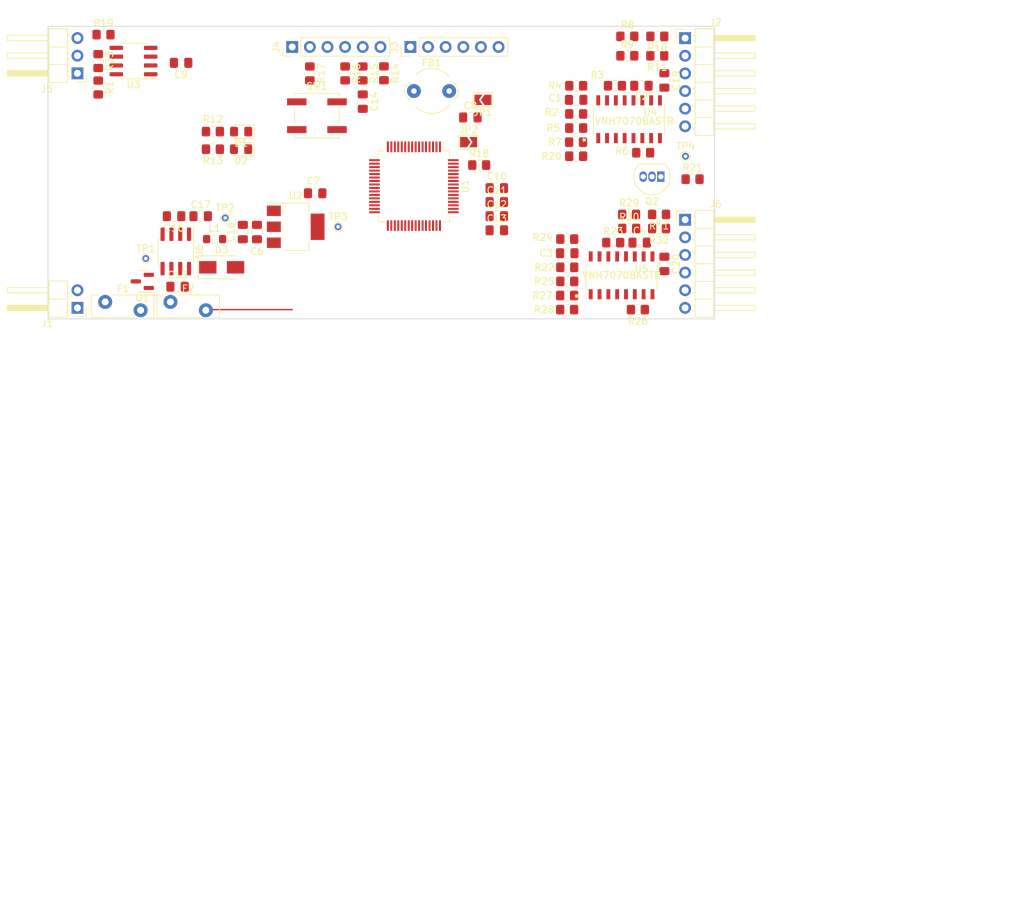
<source format=kicad_pcb>
(kicad_pcb (version 20211014) (generator pcbnew)
  (layers (0 "F.Cu" signal) (1 "In1.Cu" signal) (2 "In2.Cu" signal) (31 "B.Cu" signal) (34 "B.Paste" user) (35 "F.Paste" user) (36 "B.SilkS" user "B.Silkscreen") (37 "F.SilkS" user "F.Silkscreen") (38 "B.Mask" user) (39 "F.Mask" user) (44 "Edge.Cuts" user))
  (net 0 "")
  (net 1 "Net-(J2-Pad1)")
  (net 2 "Net-(J2-Pad2)")
  (net 3 "+5V")
  (net 4 "GND")
  (net 5 "/ESTOP")
  (net 10 "+3.3VADC")
  (net 26 "/CS_2")
  (net 27 "Net-(R22-Pad2)")
  (net 35 "/SEL_2")
  (net 36 "Net-(R24-Pad2)")
  (net 37 "+3V3")
  (net 38 "VCC")
  (net 39 "Net-(R7-Pad1)")
  (net 40 "Net-(R5-Pad2)")
  (net 41 "Net-(R2-Pad2)")
  (net 42 "Net-(R4-Pad2)")
  (net 43 "/PWM_1")
  (net 44 "/CS_1")
  (net 45 "/SEL_1")
  (net 46 "/INA_1")
  (net 47 "/INB_1")
  (net 48 "/ENCA_1")
  (net 49 "/ENCB_1")
  (net 50 "/OUTA_1")
  (net 51 "/OUTB_1")
  (net 52 "GNDA")
  (net 54 "/USART_RX")
  (net 55 "/USART_TX")
  (net 58 "Net-(J4-Pad2)")
  (net 59 "Net-(J4-Pad4)")
  (net 60 "Net-(J4-Pad5)")
  (net 61 "Net-(J4-Pad6)")
  (net 62 "Net-(D1-Pad2)")
  (net 63 "/LED_1")
  (net 64 "Net-(D2-Pad2)")
  (net 65 "/SWO")
  (net 66 "/NRST")
  (net 67 "/TMS")
  (net 68 "/TCK")
  (net 69 "+BATT")
  (net 70 "Net-(JP2-Pad1)")
  (net 71 "Net-(R1-Pad1)")
  (net 72 "Net-(R18-Pad1)")
  (net 73 "/CAN_EN")
  (net 75 "Net-(C16-Pad1)")
  (net 76 "Net-(C17-Pad1)")
  (net 77 "Net-(C17-Pad2)")
  (net 78 "Net-(C15-Pad1)")
  (net 79 "Net-(J2-Pad4)")
  (net 80 "Net-(Q2-Pad2)")
  (net 81 "/PWM_2")
  (net 82 "Net-(R25-Pad2)")
  (net 83 "/OUTA_2")
  (net 84 "Net-(R27-Pad1)")
  (net 85 "/INA_2")
  (net 86 "Net-(R28-Pad1)")
  (net 87 "/INB_2")
  (net 88 "Net-(U1-Pad44)")
  (net 89 "Net-(U1-Pad45)")
  (net 92 "/OUTB_2")
  (net 93 "/ENCA_2")
  (net 94 "/ENCB_2")
  (net 95 "Net-(J6-Pad1)")
  (net 96 "Net-(J6-Pad2)")
  (net 97 "/ENCEN")
  (net 98 "Net-(R20-Pad1)")
  (net 99 "Net-(F1-Pad1)")
  (net 100 "Net-(J5-Pad2)")
  (net 101 "Net-(J5-Pad1)")
  (footprint "Resistor_SMD:R_0805_2012Metric_Pad1.20x1.40mm_HandSolder" (layer "F.Cu") (at 203.962 132.842 180)
    (fp_text reference "R32" (at 0 -1.65) (layer "F.SilkS"))
    (fp_text value "1K")
    (pad "1" smd roundrect (at -1 0 180) (size 1.2 1.4) (layers "F.Cu" "F.Paste" "F.Mask") (roundrect_rratio 0.208333) (net 96 "Net-(J6-Pad2)"))
    (pad "2" smd roundrect (at 1 0 180) (size 1.2 1.4) (layers "F.Cu" "F.Paste" "F.Mask") (roundrect_rratio 0.208333) (net 94 "/ENCB_2"))
  )
  (footprint "TestPoint:TestPoint_THTPad_D1.0mm_Drill0.5mm" (layer "F.Cu") (at 157.734 132.588)
    (fp_text reference "TP3" (at 0 -1.448) (layer "F.SilkS"))
    (fp_text value "3.3V")
    (pad "1" thru_hole circle (at 0 0) (size 1 1) (drill 0.5) (layers *.Cu *.Mask) (net 37 "+3V3"))
  )
  (footprint "Package_TO_SOT_SMD:SOT-23" (layer "F.Cu") (at 129.54 140.462 180)
    (fp_text reference "Q1" (at 0 -2.4) (layer "F.SilkS"))
    (fp_text value "AO3401A")
    (pad "1" smd roundrect (at -0.9375 -0.95 180) (size 1.475 0.6) (layers "F.Cu" "F.Paste" "F.Mask") (net 4 "GND"))
    (pad "2" smd roundrect (at -0.9375 0.95 180) (size 1.475 0.6) (layers "F.Cu" "F.Paste" "F.Mask") (net 78 "Net-(C15-Pad1)"))
    (pad "3" smd roundrect (at 0.9375 0 180) (size 1.475 0.6) (layers "F.Cu" "F.Paste" "F.Mask") (net 69 "+BATT"))
  )
  (footprint "TestPoint:TestPoint_THTPad_D1.0mm_Drill0.5mm" (layer "F.Cu") (at 130.048 137.16)
    (fp_text reference "TP1" (at 0 -1.448) (layer "F.SilkS"))
    (fp_text value "VCC")
    (pad "1" thru_hole circle (at 0 0) (size 1 1) (drill 0.5) (layers *.Cu *.Mask) (net 78 "Net-(C15-Pad1)"))
  )
  (footprint "Ferrite_THT:LairdTech_28C0236-0JW-10" (layer "F.Cu") (at 168.656 113.03)
    (fp_text reference "FB1" (at 2.54 -4.064) (layer "F.SilkS"))
    (fp_text value "FerriteBead")
    (pad "1" thru_hole circle (at 0 0) (size 2 2) (drill 0.8) (layers *.Cu *.Mask) (net 37 "+3V3"))
    (pad "2" thru_hole circle (at 5.08 0) (size 2 2) (drill 0.8) (layers *.Cu *.Mask) (net 10 "+3.3VADC"))
  )
  (footprint "Capacitor_SMD:C_0805_2012Metric_Pad1.18x1.45mm_HandSolder" (layer "F.Cu") (at 180.594 131.064)
    (fp_text reference "C12" (at 0 -1.68) (layer "F.SilkS"))
    (fp_text value "100nF")
    (pad "1" smd roundrect (at -1.0375 0) (size 1.175 1.45) (layers "F.Cu" "F.Paste" "F.Mask") (roundrect_rratio 0.212766) (net 37 "+3V3"))
    (pad "2" smd roundrect (at 1.0375 0) (size 1.175 1.45) (layers "F.Cu" "F.Paste" "F.Mask") (roundrect_rratio 0.212766) (net 4 "GND"))
  )
  (footprint "Fuse:Fuse_Bourns_MF-RHT300" (layer "F.Cu") (at 133.594 143.418)
    (fp_text reference "F2" (at 2.55 -1.9) (layer "F.SilkS"))
    (fp_text value "Polyfuse")
    (pad "1" thru_hole circle (at 0 0) (size 2.01 2.01) (drill 1.01) (layers *.Cu *.Mask) (net 78 "Net-(C15-Pad1)"))
    (pad "2" thru_hole circle (at 5.1 1.2) (size 2.01 2.01) (drill 1.01) (layers *.Cu *.Mask) (net 38 "VCC"))
  )
  (footprint "Package_SO:SOIC-8_3.9x4.9mm_P1.27mm" (layer "F.Cu") (at 128.27 108.712 180)
    (fp_text reference "U3" (at 0 -3.4) (layer "F.SilkS"))
    (fp_text value "SN65HVD234")
    (pad "1" smd roundrect (at -2.475 -1.905 180) (size 1.95 0.6) (layers "F.Cu" "F.Paste" "F.Mask") (net 89 "Net-(U1-Pad45)"))
    (pad "2" smd roundrect (at -2.475 -0.635 180) (size 1.95 0.6) (layers "F.Cu" "F.Paste" "F.Mask") (net 4 "GND"))
    (pad "3" smd roundrect (at -2.475 0.635 180) (size 1.95 0.6) (layers "F.Cu" "F.Paste" "F.Mask") (net 37 "+3V3"))
    (pad "4" smd roundrect (at -2.475 1.905 180) (size 1.95 0.6) (layers "F.Cu" "F.Paste" "F.Mask") (net 88 "Net-(U1-Pad44)"))
    (pad "5" smd roundrect (at 2.475 1.905 180) (size 1.95 0.6) (layers "F.Cu" "F.Paste" "F.Mask") (net 73 "/CAN_EN"))
    (pad "6" smd roundrect (at 2.475 0.635 180) (size 1.95 0.6) (layers "F.Cu" "F.Paste" "F.Mask") (net 100 "Net-(J5-Pad2)"))
    (pad "7" smd roundrect (at 2.475 -0.635 180) (size 1.95 0.6) (layers "F.Cu" "F.Paste" "F.Mask") (net 101 "Net-(J5-Pad1)"))
    (pad "8" smd roundrect (at 2.475 -1.905 180) (size 1.95 0.6) (layers "F.Cu" "F.Paste" "F.Mask") (net 71 "Net-(R1-Pad1)"))
  )
  (footprint "Connector_PinHeader_2.54mm:PinHeader_1x06_P2.54mm_Horizontal" (layer "F.Cu") (at 207.715 131.572)
    (fp_text reference "J6" (at 4.385 -2.27) (layer "F.SilkS"))
    (fp_text value "Conn_01x06_Male")
    (pad "1" thru_hole rect (at 0 0) (size 1.7 1.7) (drill 1) (layers *.Cu *.Mask) (net 95 "Net-(J6-Pad1)"))
    (pad "2" thru_hole oval (at 0 2.54) (size 1.7 1.7) (drill 1) (layers *.Cu *.Mask) (net 96 "Net-(J6-Pad2)"))
    (pad "3" thru_hole oval (at 0 5.08) (size 1.7 1.7) (drill 1) (layers *.Cu *.Mask) (net 3 "+5V"))
    (pad "4" thru_hole oval (at 0 7.62) (size 1.7 1.7) (drill 1) (layers *.Cu *.Mask) (net 79 "Net-(J2-Pad4)"))
    (pad "5" thru_hole oval (at 0 10.16) (size 1.7 1.7) (drill 1) (layers *.Cu *.Mask) (net 83 "/OUTA_2"))
    (pad "6" thru_hole oval (at 0 12.7) (size 1.7 1.7) (drill 1) (layers *.Cu *.Mask) (net 92 "/OUTB_2"))
  )
  (footprint "Capacitor_SMD:C_0805_2012Metric_Pad1.18x1.45mm_HandSolder" (layer "F.Cu") (at 134.112 131.064 180)
    (fp_text reference "C16" (at 0 -1.68) (layer "F.SilkS"))
    (fp_text value "0.1uF")
    (pad "1" smd roundrect (at -1.0375 0 180) (size 1.175 1.45) (layers "F.Cu" "F.Paste" "F.Mask") (roundrect_rratio 0.212766) (net 75 "Net-(C16-Pad1)"))
    (pad "2" smd roundrect (at 1.0375 0 180) (size 1.175 1.45) (layers "F.Cu" "F.Paste" "F.Mask") (roundrect_rratio 0.212766) (net 4 "GND"))
  )
  (footprint "Resistor_SMD:R_0805_2012Metric_Pad1.20x1.40mm_HandSolder" (layer "F.Cu") (at 203.708 107.95 180)
    (fp_text reference "R11" (at 0 -1.65) (layer "F.SilkS"))
    (fp_text value "1K")
    (pad "1" smd roundrect (at -1 0 180) (size 1.2 1.4) (layers "F.Cu" "F.Paste" "F.Mask") (roundrect_rratio 0.208333) (net 2 "Net-(J2-Pad2)"))
    (pad "2" smd roundrect (at 1 0 180) (size 1.2 1.4) (layers "F.Cu" "F.Paste" "F.Mask") (roundrect_rratio 0.208333) (net 49 "/ENCB_1"))
  )
  (footprint "Resistor_SMD:R_0805_2012Metric_Pad1.20x1.40mm_HandSolder" (layer "F.Cu") (at 190.738 134.366)
    (fp_text reference "R24" (at -3.556 -0.254) (layer "F.SilkS"))
    (fp_text value "1K")
    (pad "1" smd roundrect (at -1 0) (size 1.2 1.4) (layers "F.Cu" "F.Paste" "F.Mask") (roundrect_rratio 0.208333) (net 35 "/SEL_2"))
    (pad "2" smd roundrect (at 1 0) (size 1.2 1.4) (layers "F.Cu" "F.Paste" "F.Mask") (roundrect_rratio 0.208333) (net 36 "Net-(R24-Pad2)"))
  )
  (footprint "Resistor_SMD:R_0805_2012Metric_Pad1.20x1.40mm_HandSolder" (layer "F.Cu") (at 197.358 134.874)
    (fp_text reference "R23" (at 0 -1.65) (layer "F.SilkS"))
    (fp_text value "1K5")
    (pad "1" smd roundrect (at -1 0) (size 1.2 1.4) (layers "F.Cu" "F.Paste" "F.Mask") (roundrect_rratio 0.208333) (net 4 "GND"))
    (pad "2" smd roundrect (at 1 0) (size 1.2 1.4) (layers "F.Cu" "F.Paste" "F.Mask") (roundrect_rratio 0.208333) (net 27 "Net-(R22-Pad2)"))
  )
  (footprint "Resistor_SMD:R_0805_2012Metric_Pad1.20x1.40mm_HandSolder" (layer "F.Cu") (at 190.738 138.43)
    (fp_text reference "R22" (at -3.286 0) (layer "F.SilkS"))
    (fp_text value "10K")
    (pad "1" smd roundrect (at -1 0) (size 1.2 1.4) (layers "F.Cu" "F.Paste" "F.Mask") (roundrect_rratio 0.208333) (net 26 "/CS_2"))
    (pad "2" smd roundrect (at 1 0) (size 1.2 1.4) (layers "F.Cu" "F.Paste" "F.Mask") (roundrect_rratio 0.208333) (net 27 "Net-(R22-Pad2)"))
  )
  (footprint "Capacitor_SMD:C_0805_2012Metric_Pad1.18x1.45mm_HandSolder" (layer "F.Cu") (at 204.724 137.9435 -90)
    (fp_text reference "C20" (at 0 -1.68 90) (layer "F.SilkS"))
    (fp_text value "1uF")
    (pad "1" smd roundrect (at -1.0375 0 270) (size 1.175 1.45) (layers "F.Cu" "F.Paste" "F.Mask") (roundrect_rratio 0.212766) (net 3 "+5V"))
    (pad "2" smd roundrect (at 1.0375 0 270) (size 1.175 1.45) (layers "F.Cu" "F.Paste" "F.Mask") (roundrect_rratio 0.212766) (net 4 "GND"))
  )
  (footprint "Resistor_SMD:R_0805_2012Metric_Pad1.20x1.40mm_HandSolder" (layer "F.Cu") (at 199.39 105.156)
    (fp_text reference "R8" (at 0 -1.65) (layer "F.SilkS"))
    (fp_text value "2K")
    (pad "1" smd roundrect (at -1 0) (size 1.2 1.4) (layers "F.Cu" "F.Paste" "F.Mask") (roundrect_rratio 0.208333) (net 4 "GND"))
    (pad "2" smd roundrect (at 1 0) (size 1.2 1.4) (layers "F.Cu" "F.Paste" "F.Mask") (roundrect_rratio 0.208333) (net 48 "/ENCA_1"))
  )
  (footprint "Capacitor_SMD:C_0805_2012Metric_Pad1.18x1.45mm_HandSolder" (layer "F.Cu") (at 180.594 127.016)
    (fp_text reference "C10" (at 0 -1.68) (layer "F.SilkS"))
    (fp_text value "100nF")
    (pad "1" smd roundrect (at -1.0375 0) (size 1.175 1.45) (layers "F.Cu" "F.Paste" "F.Mask") (roundrect_rratio 0.212766) (net 37 "+3V3"))
    (pad "2" smd roundrect (at 1.0375 0) (size 1.175 1.45) (layers "F.Cu" "F.Paste" "F.Mask") (roundrect_rratio 0.212766) (net 4 "GND"))
  )
  (footprint "Capacitor_SMD:C_0805_2012Metric_Pad1.18x1.45mm_HandSolder" (layer "F.Cu") (at 180.594 133.096)
    (fp_text reference "C13" (at 0 -1.68) (layer "F.SilkS"))
    (fp_text value "100nF")
    (pad "1" smd roundrect (at -1.0375 0) (size 1.175 1.45) (layers "F.Cu" "F.Paste" "F.Mask") (roundrect_rratio 0.212766) (net 37 "+3V3"))
    (pad "2" smd roundrect (at 1.0375 0) (size 1.175 1.45) (layers "F.Cu" "F.Paste" "F.Mask") (roundrect_rratio 0.212766) (net 4 "GND"))
  )
  (footprint "Capacitor_SMD:C_0805_2012Metric_Pad1.18x1.45mm_HandSolder" (layer "F.Cu") (at 154.432 127.762 180)
    (fp_text reference "C7" (at 0.261252 1.778) (layer "F.SilkS"))
    (fp_text value "100uF")
    (pad "1" smd roundrect (at -1.0375 0 180) (size 1.175 1.45) (layers "F.Cu" "F.Paste" "F.Mask") (roundrect_rratio 0.212766) (net 37 "+3V3"))
    (pad "2" smd roundrect (at 1.0375 0 180) (size 1.175 1.45) (layers "F.Cu" "F.Paste" "F.Mask") (roundrect_rratio 0.212766) (net 4 "GND"))
  )
  (footprint "Resistor_SMD:R_0805_2012Metric_Pad1.20x1.40mm_HandSolder" (layer "F.Cu") (at 201.676 121.92 180)
    (fp_text reference "R6" (at 3.048 0.254) (layer "F.SilkS"))
    (fp_text value "47K")
    (pad "1" smd roundrect (at -1 0 180) (size 1.2 1.4) (layers "F.Cu" "F.Paste" "F.Mask") (roundrect_rratio 0.208333) (net 51 "/OUTB_1"))
    (pad "2" smd roundrect (at 1 0 180) (size 1.2 1.4) (layers "F.Cu" "F.Paste" "F.Mask") (roundrect_rratio 0.208333) (net 38 "VCC"))
  )
  (footprint "Capacitor_SMD:C_0805_2012Metric_Pad1.18x1.45mm_HandSolder" (layer "F.Cu") (at 204.724 111.506 -90)
    (fp_text reference "C19" (at 0 -1.68 90) (layer "F.SilkS"))
    (fp_text value "1uF")
    (pad "1" smd roundrect (at -1.0375 0 270) (size 1.175 1.45) (layers "F.Cu" "F.Paste" "F.Mask") (roundrect_rratio 0.212766) (net 3 "+5V"))
    (pad "2" smd roundrect (at 1.0375 0 270) (size 1.175 1.45) (layers "F.Cu" "F.Paste" "F.Mask") (roundrect_rratio 0.212766) (net 4 "GND"))
  )
  (footprint "Resistor_SMD:R_0805_2012Metric_Pad1.20x1.40mm_HandSolder" (layer "F.Cu") (at 203.708 105.156 180)
    (fp_text reference "R10" (at 0 -1.65) (layer "F.SilkS"))
    (fp_text value "1K")
    (pad "1" smd roundrect (at -1 0 180) (size 1.2 1.4) (layers "F.Cu" "F.Paste" "F.Mask") (roundrect_rratio 0.208333) (net 1 "Net-(J2-Pad1)"))
    (pad "2" smd roundrect (at 1 0 180) (size 1.2 1.4) (layers "F.Cu" "F.Paste" "F.Mask") (roundrect_rratio 0.208333) (net 48 "/ENCA_1"))
  )
  (footprint "Resistor_SMD:R_0805_2012Metric_Pad1.20x1.40mm_HandSolder" (layer "F.Cu") (at 203.962 130.81 180)
    (fp_text reference "R31" (at 0 -1.65) (layer "F.SilkS"))
    (fp_text value "1K")
    (pad "1" smd roundrect (at -1 0 180) (size 1.2 1.4) (layers "F.Cu" "F.Paste" "F.Mask") (roundrect_rratio 0.208333) (net 95 "Net-(J6-Pad1)"))
    (pad "2" smd roundrect (at 1 0 180) (size 1.2 1.4) (layers "F.Cu" "F.Paste" "F.Mask") (roundrect_rratio 0.208333) (net 93 "/ENCA_2"))
  )
  (footprint "Capacitor_SMD:C_0805_2012Metric_Pad1.18x1.45mm_HandSolder" (layer "F.Cu") (at 146.05 133.35 90)
    (fp_text reference "C6" (at -2.794 0) (layer "F.SilkS"))
    (fp_text value "0.1uF")
    (pad "1" smd roundrect (at -1.0375 0 90) (size 1.175 1.45) (layers "F.Cu" "F.Paste" "F.Mask") (roundrect_rratio 0.212766) (net 3 "+5V"))
    (pad "2" smd roundrect (at 1.0375 0 90) (size 1.175 1.45) (layers "F.Cu" "F.Paste" "F.Mask") (roundrect_rratio 0.212766) (net 4 "GND"))
  )
  (footprint "Capacitor_SMD:C_0805_2012Metric_Pad1.18x1.45mm_HandSolder" (layer "F.Cu") (at 176.784 116.84)
    (fp_text reference "C8" (at 0 -1.68) (layer "F.SilkS"))
    (fp_text value "100nF")
    (pad "1" smd roundrect (at -1.0375 0) (size 1.175 1.45) (layers "F.Cu" "F.Paste" "F.Mask") (roundrect_rratio 0.212766) (net 10 "+3.3VADC"))
    (pad "2" smd roundrect (at 1.0375 0) (size 1.175 1.45) (layers "F.Cu" "F.Paste" "F.Mask") (roundrect_rratio 0.212766) (net 52 "GNDA"))
  )
  (footprint "andreas:VNH7070BASTR" (layer "F.Cu") (at 199.644 117.094 90)
    (fp_text reference "U4" (at 1.016 3.048 180) (layer "F.SilkS"))
    (fp_text value "VNH7070BASTR" (at -0.254 0.762 180) (layer "F.SilkS"))
    (fp_text user "*" (at -2.97815 -6.1468 90) (layer "F.SilkS"))
    (fp_text user "*" (at -2.97815 -6.1468 90) (layer "F.SilkS"))
    (pad "1" smd rect (at -2.72415 -4.445 90) (size 1.4605 0.5588) (layers "F.Cu" "F.Paste" "F.Mask") (net 4 "GND"))
    (pad "2" smd rect (at -2.72415 -3.175 90) (size 1.4605 0.5588) (layers "F.Cu" "F.Paste" "F.Mask") (net 50 "/OUTA_1"))
    (pad "3" smd rect (at -2.72415 -1.905 90) (size 1.4605 0.5588) (layers "F.Cu" "F.Paste" "F.Mask") (net 39 "Net-(R7-Pad1)"))
    (pad "4" smd rect (at -2.72415 -0.635 90) (size 1.4605 0.5588) (layers "F.Cu" "F.Paste" "F.Mask") (net 38 "VCC"))
    (pad "5" smd rect (at -2.72415 0.635 90) (size 1.4605 0.5588) (layers "F.Cu" "F.Paste" "F.Mask") (net 38 "VCC"))
    (pad "6" smd rect (at -2.72415 1.905 90) (size 1.4605 0.5588) (layers "F.Cu" "F.Paste" "F.Mask") (net 98 "Net-(R20-Pad1)"))
    (pad "7" smd rect (at -2.72415 3.175 90) (size 1.4605 0.5588) (layers "F.Cu" "F.Paste" "F.Mask") (net 51 "/OUTB_1"))
    (pad "8" smd rect (at -2.72415 4.445 90) (size 1.4605 0.5588) (layers "F.Cu" "F.Paste" "F.Mask") (net 4 "GND"))
    (pad "9" smd rect (at 2.72415 4.445 90) (size 1.4605 0.5588) (layers "F.Cu" "F.Paste" "F.Mask") (net 4 "GND"))
    (pad "10" smd rect (at 2.72415 3.175 90) (size 1.4605 0.5588) (layers "F.Cu" "F.Paste" "F.Mask") (net 50 "/OUTA_1"))
    (pad "11" smd rect (at 2.72415 1.905 90) (size 1.4605 0.5588) (layers "F.Cu" "F.Paste" "F.Mask") (net 40 "Net-(R5-Pad2)"))
    (pad "12" smd rect (at 2.72415 0.635 90) (size 1.4605 0.5588) (layers "F.Cu" "F.Paste" "F.Mask") (net 38 "VCC"))
    (pad "13" smd rect (at 2.72415 -0.635 90) (size 1.4605 0.5588) (layers "F.Cu" "F.Paste" "F.Mask") (net 41 "Net-(R2-Pad2)"))
    (pad "14" smd rect (at 2.72415 -1.905 90) (size 1.4605 0.5588) (layers "F.Cu" "F.Paste" "F.Mask") (net 42 "Net-(R4-Pad2)"))
    (pad "15" smd rect (at 2.72415 -3.175 90) (size 1.4605 0.5588) (layers "F.Cu" "F.Paste" "F.Mask") (net 51 "/OUTB_1"))
    (pad "16" smd rect (at 2.72415 -4.445 90) (size 1.4605 0.5588) (layers "F.Cu" "F.Paste" "F.Mask") (net 4 "GND"))
  )
  (footprint "Diode_SMD:D_SMA" (layer "F.Cu") (at 140.97 138.43)
    (fp_text reference "D3" (at 0 -2.5) (layer "F.SilkS"))
    (fp_text value "CDBA3100-HF")
    (pad "1" smd rect (at -2 0) (size 2.5 1.8) (layers "F.Cu" "F.Paste" "F.Mask") (net 77 "Net-(C17-Pad2)"))
    (pad "2" smd rect (at 2 0) (size 2.5 1.8) (layers "F.Cu" "F.Paste" "F.Mask") (net 4 "GND"))
  )
  (footprint "Resistor_SMD:R_0805_2012Metric_Pad1.20x1.40mm_HandSolder" (layer "F.Cu") (at 192.024 112.268)
    (fp_text reference "R4" (at -3.048 0) (layer "F.SilkS"))
    (fp_text value "1K")
    (pad "1" smd roundrect (at -1 0) (size 1.2 1.4) (layers "F.Cu" "F.Paste" "F.Mask") (roundrect_rratio 0.208333) (net 45 "/SEL_1"))
    (pad "2" smd roundrect (at 1 0) (size 1.2 1.4) (layers "F.Cu" "F.Paste" "F.Mask") (roundrect_rratio 0.208333) (net 42 "Net-(R4-Pad2)"))
  )
  (footprint "Capacitor_SMD:C_0805_2012Metric_Pad1.18x1.45mm_HandSolder" (layer "F.Cu") (at 144.018 133.35 90)
    (fp_text reference "C18" (at 0 -1.68 90) (layer "F.SilkS"))
    (fp_text value "68uF")
    (pad "1" smd roundrect (at -1.0375 0 90) (size 1.175 1.45) (layers "F.Cu" "F.Paste" "F.Mask") (roundrect_rratio 0.212766) (net 3 "+5V"))
    (pad "2" smd roundrect (at 1.0375 0 90) (size 1.175 1.45) (layers "F.Cu" "F.Paste" "F.Mask") (roundrect_rratio 0.212766) (net 4 "GND"))
  )
  (footprint "Capacitor_SMD:C_0805_2012Metric_Pad1.18x1.45mm_HandSolder" (layer "F.Cu") (at 161.29 114.554 -90)
    (fp_text reference "C14" (at 0 -1.68 90) (layer "F.SilkS"))
    (fp_text value "100nF")
    (pad "1" smd roundrect (at -1.0375 0 270) (size 1.175 1.45) (layers "F.Cu" "F.Paste" "F.Mask") (roundrect_rratio 0.212766) (net 66 "/NRST"))
    (pad "2" smd roundrect (at 1.0375 0 270) (size 1.175 1.45) (layers "F.Cu" "F.Paste" "F.Mask") (roundrect_rratio 0.212766) (net 4 "GND"))
  )
  (footprint "Package_QFP:LQFP-64_10x10mm_P0.5mm" (layer "F.Cu") (at 168.656 126.746 -90)
    (fp_text reference "U1" (at 0 -7.4 90) (layer "F.SilkS"))
    (fp_text value "STM32F103RBTx")
    (pad "1" smd roundrect (at -5.675 -3.75 270) (size 1.55 0.3) (layers "F.Cu" "F.Paste" "F.Mask") (net 70 "Net-(JP2-Pad1)"))
    (pad "2" smd roundrect (at -5.675 -3.25 270) (size 1.55 0.3) (layers "F.Cu" "F.Paste" "F.Mask") (net 5 "/ESTOP"))
    (pad "3" smd roundrect (at -5.675 -2.75 270) (size 1.55 0.3) (layers "F.Cu" "F.Paste" "F.Mask"))
    (pad "4" smd roundrect (at -5.675 -2.25 270) (size 1.55 0.3) (layers "F.Cu" "F.Paste" "F.Mask"))
    (pad "5" smd roundrect (at -5.675 -1.75 270) (size 1.55 0.3) (layers "F.Cu" "F.Paste" "F.Mask"))
    (pad "6" smd roundrect (at -5.675 -1.25 270) (size 1.55 0.3) (layers "F.Cu" "F.Paste" "F.Mask"))
    (pad "7" smd roundrect (at -5.675 -0.75 270) (size 1.55 0.3) (layers "F.Cu" "F.Paste" "F.Mask") (net 66 "/NRST"))
    (pad "8" smd roundrect (at -5.675 -0.25 270) (size 1.55 0.3) (layers "F.Cu" "F.Paste" "F.Mask") (net 45 "/SEL_1"))
    (pad "9" smd roundrect (at -5.675 0.25 270) (size 1.55 0.3) (layers "F.Cu" "F.Paste" "F.Mask") (net 44 "/CS_1"))
    (pad "10" smd roundrect (at -5.675 0.75 270) (size 1.55 0.3) (layers "F.Cu" "F.Paste" "F.Mask") (net 46 "/INA_1"))
    (pad "11" smd roundrect (at -5.675 1.25 270) (size 1.55 0.3) (layers "F.Cu" "F.Paste" "F.Mask") (net 47 "/INB_1"))
    (pad "12" smd roundrect (at -5.675 1.75 270) (size 1.55 0.3) (layers "F.Cu" "F.Paste" "F.Mask") (net 52 "GNDA"))
    (pad "13" smd roundrect (at -5.675 2.25 270) (size 1.55 0.3) (layers "F.Cu" "F.Paste" "F.Mask") (net 10 "+3.3VADC"))
    (pad "14" smd roundrect (at -5.675 2.75 270) (size 1.55 0.3) (layers "F.Cu" "F.Paste" "F.Mask") (net 93 "/ENCA_2"))
    (pad "15" smd roundrect (at -5.675 3.25 270) (size 1.55 0.3) (layers "F.Cu" "F.Paste" "F.Mask") (net 94 "/ENCB_2"))
    (pad "16" smd roundrect (at -5.675 3.75 270) (size 1.55 0.3) (layers "F.Cu" "F.Paste" "F.Mask") (net 55 "/USART_TX"))
    (pad "17" smd roundrect (at -3.75 5.675 270) (size 0.3 1.55) (layers "F.Cu" "F.Paste" "F.Mask") (net 54 "/USART_RX"))
    (pad "18" smd roundrect (at -3.25 5.675 270) (size 0.3 1.55) (layers "F.Cu" "F.Paste" "F.Mask") (net 4 "GND"))
    (pad "19" smd roundrect (at -2.75 5.675 270) (size 0.3 1.55) (layers "F.Cu" "F.Paste" "F.Mask") (net 37 "+3V3"))
    (pad "20" smd roundrect (at -2.25 5.675 270) (size 0.3 1.55) (layers "F.Cu" "F.Paste" "F.Mask"))
    (pad "21" smd roundrect (at -1.75 5.675 270) (size 0.3 1.55) (layers "F.Cu" "F.Paste" "F.Mask") (net 63 "/LED_1"))
    (pad "22" smd roundrect (at -1.25 5.675 270) (size 0.3 1.55) (layers "F.Cu" "F.Paste" "F.Mask"))
    (pad "23" smd roundrect (at -0.75 5.675 270) (size 0.3 1.55) (layers "F.Cu" "F.Paste" "F.Mask"))
    (pad "24" smd roundrect (at -0.25 5.675 270) (size 0.3 1.55) (layers "F.Cu" "F.Paste" "F.Mask"))
    (pad "25" smd roundrect (at 0.25 5.675 270) (size 0.3 1.55) (layers "F.Cu" "F.Paste" "F.Mask"))
    (pad "26" smd roundrect (at 0.75 5.675 270) (size 0.3 1.55) (layers "F.Cu" "F.Paste" "F.Mask"))
    (pad "27" smd roundrect (at 1.25 5.675 270) (size 0.3 1.55) (layers "F.Cu" "F.Paste" "F.Mask") (net 26 "/CS_2"))
    (pad "28" smd roundrect (at 1.75 5.675 270) (size 0.3 1.55) (layers "F.Cu" "F.Paste" "F.Mask"))
    (pad "29" smd roundrect (at 2.25 5.675 270) (size 0.3 1.55) (layers "F.Cu" "F.Paste" "F.Mask"))
    (pad "30" smd roundrect (at 2.75 5.675 270) (size 0.3 1.55) (layers "F.Cu" "F.Paste" "F.Mask"))
    (pad "31" smd roundrect (at 3.25 5.675 270) (size 0.3 1.55) (layers "F.Cu" "F.Paste" "F.Mask") (net 4 "GND"))
    (pad "32" smd roundrect (at 3.75 5.675 270) (size 0.3 1.55) (layers "F.Cu" "F.Paste" "F.Mask") (net 37 "+3V3"))
    (pad "33" smd roundrect (at 5.675 3.75 270) (size 1.55 0.3) (layers "F.Cu" "F.Paste" "F.Mask"))
    (pad "34" smd roundrect (at 5.675 3.25 270) (size 1.55 0.3) (layers "F.Cu" "F.Paste" "F.Mask") (net 35 "/SEL_2"))
    (pad "35" smd roundrect (at 5.675 2.75 270) (size 1.55 0.3) (layers "F.Cu" "F.Paste" "F.Mask") (net 85 "/INA_2"))
    (pad "36" smd roundrect (at 5.675 2.25 270) (size 1.55 0.3) (layers "F.Cu" "F.Paste" "F.Mask") (net 87 "/INB_2"))
    (pad "37" smd roundrect (at 5.675 1.75 270) (size 1.55 0.3) (layers "F.Cu" "F.Paste" "F.Mask") (net 81 "/PWM_2"))
    (pad "38" smd roundrect (at 5.675 1.25 270) (size 1.55 0.3) (layers "F.Cu" "F.Paste" "F.Mask"))
    (pad "39" smd roundrect (at 5.675 0.75 270) (size 1.55 0.3) (layers "F.Cu" "F.Paste" "F.Mask") (net 43 "/PWM_1"))
    (pad "40" smd roundrect (at 5.675 0.25 270) (size 1.55 0.3) (layers "F.Cu" "F.Paste" "F.Mask"))
    (pad "41" smd roundrect (at 5.675 -0.25 270) (size 1.55 0.3) (layers "F.Cu" "F.Paste" "F.Mask"))
    (pad "42" smd roundrect (at 5.675 -0.75 270) (size 1.55 0.3) (layers "F.Cu" "F.Paste" "F.Mask"))
    (pad "43" smd roundrect (at 5.675 -1.25 270) (size 1.55 0.3) (layers "F.Cu" "F.Paste" "F.Mask"))
    (pad "44" smd roundrect (at 5.675 -1.75 270) (size 1.55 0.3) (layers "F.Cu" "F.Paste" "F.Mask") (net 88 "Net-(U1-Pad44)"))
    (pad "45" smd roundrect (at 5.675 -2.25 270) (size 1.55 0.3) (layers "F.Cu" "F.Paste" "F.Mask") (net 89 "Net-(U1-Pad45)"))
    (pad "46" smd roundrect (at 5.675 -2.75 270) (size 1.55 0.3) (layers "F.Cu" "F.Paste" "F.Mask") (net 67 "/TMS"))
    (pad "47" smd roundrect (at 5.675 -3.25 270) (size 1.55 0.3) (layers "F.Cu" "F.Paste" "F.Mask") (net 4 "GND"))
    (pad "48" smd roundrect (at 5.675 -3.75 270) (size 1.55 0.3) (layers "F.Cu" "F.Paste" "F.Mask") (net 37 "+3V3"))
    (pad "49" smd roundrect (at 3.75 -5.675 270) (size 0.3 1.55) (layers "F.Cu" "F.Paste" "F.Mask") (net 68 "/TCK"))
    (pad "50" smd roundrect (at 3.25 -5.675 270) (size 0.3 1.55) (layers "F.Cu" "F.Paste" "F.Mask"))
    (pad "51" smd roundrect (at 2.75 -5.675 270) (size 0.3 1.55) (layers "F.Cu" "F.Paste" "F.Mask"))
    (pad "52" smd roundrect (at 2.25 -5.675 270) (size 0.3 1.55) (layers "F.Cu" "F.Paste" "F.Mask"))
    (pad "53" smd roundrect (at 1.75 -5.675 270) (size 0.3 1.55) (layers "F.Cu" "F.Paste" "F.Mask"))
    (pad "54" smd roundrect (at 1.25 -5.675 270) (size 0.3 1.55) (layers "F.Cu" "F.Paste" "F.Mask"))
    (pad "55" smd roundrect (at 0.75 -5.675 270) (size 0.3 1.55) (layers "F.Cu" "F.Paste" "F.Mask") (net 65 "/SWO"))
    (pad "56" smd roundrect (at 0.25 -5.675 270) (size 0.3 1.55) (layers "F.Cu" "F.Paste" "F.Mask"))
    (pad "57" smd roundrect (at -0.25 -5.675 270) (size 0.3 1.55) (layers "F.Cu" "F.Paste" "F.Mask"))
    (pad "58" smd roundrect (at -0.75 -5.675 270) (size 0.3 1.55) (layers "F.Cu" "F.Paste" "F.Mask") (net 48 "/ENCA_1"))
    (pad "59" smd roundrect (at -1.25 -5.675 270) (size 0.3 1.55) (layers "F.Cu" "F.Paste" "F.Mask") (net 49 "/ENCB_1"))
    (pad "60" smd roundrect (at -1.75 -5.675 270) (size 0.3 1.55) (layers "F.Cu" "F.Paste" "F.Mask") (net 72 "Net-(R18-Pad1)"))
    (pad "61" smd roundrect (at -2.25 -5.675 270) (size 0.3 1.55) (layers "F.Cu" "F.Paste" "F.Mask"))
    (pad "62" smd roundrect (at -2.75 -5.675 270) (size 0.3 1.55) (layers "F.Cu" "F.Paste" "F.Mask"))
    (pad "63" smd roundrect (at -3.25 -5.675 270) (size 0.3 1.55) (layers "F.Cu" "F.Paste" "F.Mask") (net 4 "GND"))
    (pad "64" smd roundrect (at -3.75 -5.675 270) (size 0.3 1.55) (layers "F.Cu" "F.Paste" "F.Mask") (net 37 "+3V3"))
  )
  (footprint "Connector_PinHeader_2.54mm:PinHeader_1x06_P2.54mm_Horizontal" (layer "F.Cu") (at 207.715 105.41)
    (fp_text reference "J2" (at 4.385 -2.27) (layer "F.SilkS"))
    (fp_text value "Conn_01x06_Male")
    (pad "1" thru_hole rect (at 0 0) (size 1.7 1.7) (drill 1) (layers *.Cu *.Mask) (net 1 "Net-(J2-Pad1)"))
    (pad "2" thru_hole oval (at 0 2.54) (size 1.7 1.7) (drill 1) (layers *.Cu *.Mask) (net 2 "Net-(J2-Pad2)"))
    (pad "3" thru_hole oval (at 0 5.08) (size 1.7 1.7) (drill 1) (layers *.Cu *.Mask) (net 3 "+5V"))
    (pad "4" thru_hole oval (at 0 7.62) (size 1.7 1.7) (drill 1) (layers *.Cu *.Mask) (net 79 "Net-(J2-Pad4)"))
    (pad "5" thru_hole oval (at 0 10.16) (size 1.7 1.7) (drill 1) (layers *.Cu *.Mask) (net 50 "/OUTA_1"))
    (pad "6" thru_hole oval (at 0 12.7) (size 1.7 1.7) (drill 1) (layers *.Cu *.Mask) (net 51 "/OUTB_1"))
  )
  (footprint "Capacitor_SMD:C_0805_2012Metric_Pad1.18x1.45mm_HandSolder" (layer "F.Cu") (at 201.422 112.268)
    (fp_text reference "C2" (at 0 1.524) (layer "F.SilkS"))
    (fp_text value "220uF")
    (pad "1" smd roundrect (at -1.0375 0) (size 1.175 1.45) (layers "F.Cu" "F.Paste" "F.Mask") (roundrect_rratio 0.212766) (net 38 "VCC"))
    (pad "2" smd roundrect (at 1.0375 0) (size 1.175 1.45) (layers "F.Cu" "F.Paste" "F.Mask") (roundrect_rratio 0.212766) (net 4 "GND"))
  )
  (footprint "Button_Switch_SMD:SW_Push_1P1T_NO_CK_KSC6xxJ" (layer "F.Cu") (at 154.686 116.586 180)
    (fp_text reference "SW1" (at 0 4.24) (layer "F.SilkS"))
    (fp_text value "SW_Push")
    (pad "1" smd rect (at 2.9 -2 180) (size 2.8 1) (layers "F.Cu" "F.Paste" "F.Mask") (net 4 "GND"))
    (pad "1" smd rect (at -2.9 -2 180) (size 2.8 1) (layers "F.Cu" "F.Paste" "F.Mask") (net 4 "GND"))
    (pad "2" smd rect (at -2.9 2 180) (size 2.8 1) (layers "F.Cu" "F.Paste" "F.Mask") (net 66 "/NRST"))
    (pad "2" smd rect (at 2.9 2 180) (size 2.8 1) (layers "F.Cu" "F.Paste" "F.Mask") (net 66 "/NRST"))
  )
  (footprint "Resistor_SMD:R_0805_2012Metric_Pad1.20x1.40mm_HandSolder" (layer "F.Cu") (at 197.612 112.268)
    (fp_text reference "R3" (at -2.54 -1.524) (layer "F.SilkS"))
    (fp_text value "1K5")
    (pad "1" smd roundrect (at -1 0) (size 1.2 1.4) (layers "F.Cu" "F.Paste" "F.Mask") (roundrect_rratio 0.208333) (net 4 "GND"))
    (pad "2" smd roundrect (at 1 0) (size 1.2 1.4) (layers "F.Cu" "F.Paste" "F.Mask") (roundrect_rratio 0.208333) (net 41 "Net-(R2-Pad2)"))
  )
  (footprint "Resistor_SMD:R_0805_2012Metric_Pad1.20x1.40mm_HandSolder" (layer "F.Cu") (at 161.29 110.49 -90)
    (fp_text reference "R15" (at 0 -1.65 90) (layer "F.SilkS"))
    (fp_text value "22")
    (pad "1" smd roundrect (at -1 0 270) (size 1.2 1.4) (layers "F.Cu" "F.Paste" "F.Mask") (roundrect_rratio 0.208333) (net 60 "Net-(J4-Pad5)"))
    (pad "2" smd roundrect (at 1 0 270) (size 1.2 1.4) (layers "F.Cu" "F.Paste" "F.Mask") (roundrect_rratio 0.208333) (net 66 "/NRST"))
  )
  (footprint "Resistor_SMD:R_0805_2012Metric_Pad1.20x1.40mm_HandSolder" (layer "F.Cu") (at 199.644 130.81)
    (fp_text reference "R29" (at 0 -1.65) (layer "F.SilkS"))
    (fp_text value "2K")
    (pad "1" smd roundrect (at -1 0) (size 1.2 1.4) (layers "F.Cu" "F.Paste" "F.Mask") (roundrect_rratio 0.208333) (net 4 "GND"))
    (pad "2" smd roundrect (at 1 0) (size 1.2 1.4) (layers "F.Cu" "F.Paste" "F.Mask") (roundrect_rratio 0.208333) (net 93 "/ENCA_2"))
  )
  (footprint "Resistor_SMD:R_0805_2012Metric_Pad1.20x1.40mm_HandSolder" (layer "F.Cu") (at 158.75 110.49 -90)
    (fp_text reference "R16" (at 0 -1.65 90) (layer "F.SilkS"))
    (fp_text value "22")
    (pad "1" smd roundrect (at -1 0 270) (size 1.2 1.4) (layers "F.Cu" "F.Paste" "F.Mask") (roundrect_rratio 0.208333) (net 59 "Net-(J4-Pad4)"))
    (pad "2" smd roundrect (at 1 0 270) (size 1.2 1.4) (layers "F.Cu" "F.Paste" "F.Mask") (roundrect_rratio 0.208333) (net 67 "/TMS"))
  )
  (footprint "Package_TO_SOT_THT:TO-92_Inline" (layer "F.Cu") (at 204.216 125.37 180)
    (fp_text reference "Q2" (at 1.27 -3.56) (layer "F.SilkS"))
    (fp_text value "BC546")
    (pad "1" thru_hole rect (at 0 0 180) (size 1.05 1.5) (drill 0.75) (layers *.Cu *.Mask) (net 79 "Net-(J2-Pad4)"))
    (pad "2" thru_hole oval (at 1.27 0 180) (size 1.05 1.5) (drill 0.75) (layers *.Cu *.Mask) (net 80 "Net-(Q2-Pad2)"))
    (pad "3" thru_hole oval (at 2.54 0 180) (size 1.05 1.5) (drill 0.75) (layers *.Cu *.Mask) (net 4 "GND"))
  )
  (footprint "Resistor_SMD:R_0805_2012Metric_Pad1.20x1.40mm_HandSolder" (layer "F.Cu") (at 208.788 125.73)
    (fp_text reference "R21" (at 0 -1.65) (layer "F.SilkS"))
    (fp_text value "2.7K")
    (pad "1" smd roundrect (at -1 0) (size 1.2 1.4) (layers "F.Cu" "F.Paste" "F.Mask") (roundrect_rratio 0.208333) (net 80 "Net-(Q2-Pad2)"))
    (pad "2" smd roundrect (at 1 0) (size 1.2 1.4) (layers "F.Cu" "F.Paste" "F.Mask") (roundrect_rratio 0.208333) (net 97 "/ENCEN"))
  )
  (footprint "Resistor_SMD:R_0805_2012Metric_Pad1.20x1.40mm_HandSolder" (layer "F.Cu") (at 192.024 116.332)
    (fp_text reference "R2" (at -3.556 -0.254) (layer "F.SilkS"))
    (fp_text value "10K")
    (pad "1" smd roundrect (at -1 0) (size 1.2 1.4) (layers "F.Cu" "F.Paste" "F.Mask") (roundrect_rratio 0.208333) (net 44 "/CS_1"))
    (pad "2" smd roundrect (at 1 0) (size 1.2 1.4) (layers "F.Cu" "F.Paste" "F.Mask") (roundrect_rratio 0.208333) (net 41 "Net-(R2-Pad2)"))
  )
  (footprint "Capacitor_SMD:C_0805_2012Metric_Pad1.18x1.45mm_HandSolder" (layer "F.Cu") (at 134.62 141.224)
    (fp_text reference "C15" (at 0 -1.68) (layer "F.SilkS"))
    (fp_text value "68uF")
    (pad "1" smd roundrect (at -1.0375 0) (size 1.175 1.45) (layers "F.Cu" "F.Paste" "F.Mask") (roundrect_rratio 0.212766) (net 78 "Net-(C15-Pad1)"))
    (pad "2" smd roundrect (at 1.0375 0) (size 1.175 1.45) (layers "F.Cu" "F.Paste" "F.Mask") (roundrect_rratio 0.212766) (net 4 "GND"))
  )
  (footprint "Resistor_SMD:R_0805_2012Metric_Pad1.20x1.40mm_HandSolder" (layer "F.Cu") (at 153.67 110.49 -90)
    (fp_text reference "R17" (at 0 -1.65 90) (layer "F.SilkS"))
    (fp_text value "22")
    (pad "1" smd roundrect (at -1 0 270) (size 1.2 1.4) (layers "F.Cu" "F.Paste" "F.Mask") (roundrect_rratio 0.208333) (net 58 "Net-(J4-Pad2)"))
    (pad "2" smd roundrect (at 1 0 270) (size 1.2 1.4) (layers "F.Cu" "F.Paste" "F.Mask") (roundrect_rratio 0.208333) (net 68 "/TCK"))
  )
  (footprint "Connector_PinHeader_2.54mm:PinHeader_1x06_P2.54mm_Vertical" (layer "F.Cu") (at 168.148 106.68 90)
    (fp_text reference "J3" (at 0 -2.33 90) (layer "F.SilkS"))
    (fp_text value "Conn_01x06_Male")
    (pad "1" thru_hole rect (at 0 0 90) (size 1.7 1.7) (drill 1) (layers *.Cu *.Mask) (net 4 "GND"))
    (pad "2" thru_hole oval (at 0 2.54 90) (size 1.7 1.7) (drill 1) (layers *.Cu *.Mask))
    (pad "3" thru_hole oval (at 0 5.08 90) (size 1.7 1.7) (drill 1) (layers *.Cu *.Mask) (net 37 "+3V3"))
    (pad "4" thru_hole oval (at 0 7.62 90) (size 1.7 1.7) (drill 1) (layers *.Cu *.Mask) (net 54 "/USART_RX"))
    (pad "5" thru_hole oval (at 0 10.16 90) (size 1.7 1.7) (drill 1) (layers *.Cu *.Mask) (net 55 "/USART_TX"))
    (pad "6" thru_hole oval (at 0 12.7 90) (size 1.7 1.7) (drill 1) (layers *.Cu *.Mask))
  )
  (footprint "Resistor_SMD:R_0805_2012Metric_Pad1.20x1.40mm_HandSolder" (layer "F.Cu") (at 190.722 144.526 180)
    (fp_text reference "R28" (at 3.302 0) (layer "F.SilkS"))
    (fp_text value "1K")
    (pad "1" smd roundrect (at -1 0 180) (size 1.2 1.4) (layers "F.Cu" "F.Paste" "F.Mask") (roundrect_rratio 0.208333) (net 86 "Net-(R28-Pad1)"))
    (pad "2" smd roundrect (at 1 0 180) (size 1.2 1.4) (layers "F.Cu" "F.Paste" "F.Mask") (roundrect_rratio 0.208333) (net 87 "/INB_2"))
  )
  (footprint "Resistor_SMD:R_0805_2012Metric_Pad1.20x1.40mm_HandSolder" (layer "F.Cu") (at 199.66 132.842)
    (fp_text reference "R30" (at 0 -1.65) (layer "F.SilkS"))
    (fp_text value "2K")
    (pad "1" smd roundrect (at -1 0) (size 1.2 1.4) (layers "F.Cu" "F.Paste" "F.Mask") (roundrect_rratio 0.208333) (net 4 "GND"))
    (pad "2" smd roundrect (at 1 0) (size 1.2 1.4) (layers "F.Cu" "F.Paste" "F.Mask") (roundrect_rratio 0.208333) (net 94 "/ENCB_2"))
  )
  (footprint "Jumper:SolderJumper-2_P1.3mm_Open_TrianglePad1.0x1.5mm" (layer "F.Cu") (at 178.599 114.3 180)
    (fp_text reference "JP1" (at 0 -1.8) (layer "F.SilkS"))
    (fp_text value "SolderJumper_2_Bridged")
    (pad "1" smd custom (at -0.725 0 180) (size 0.3 0.3) (layers "F.Cu" "F.Mask") (net 4 "GND") (options (clearance outline) (anchor rect)) (primitives (gr_poly (pts (xy 1 0) (xy 0.5 0.75) (xy -0.5 0.75) (xy -0.5 -0.75) (xy 0.5 -0.75)) (width 0) (fill yes))))
    (pad "2" smd custom (at 0.725 0 180) (size 0.3 0.3) (layers "F.Cu" "F.Mask") (net 52 "GNDA") (options (clearance outline) (anchor rect)) (primitives (gr_poly (pts (xy 0.5 0.75) (xy -0.65 0.75) (xy -0.15 0) (xy -0.65 -0.75) (xy 0.5 -0.75)) (width 0) (fill yes))))
  )
  (footprint "TestPoint:TestPoint_THTPad_D1.0mm_Drill0.5mm" (layer "F.Cu") (at 207.772 122.428)
    (fp_text reference "TP4" (at 0 -1.448) (layer "F.SilkS"))
    (fp_text value "ENCEN")
    (pad "1" thru_hole circle (at 0 0) (size 1 1) (drill 0.5) (layers *.Cu *.Mask) (net 80 "Net-(Q2-Pad2)"))
  )
  (footprint "Resistor_SMD:R_0805_2012Metric_Pad1.20x1.40mm_HandSolder" (layer "F.Cu") (at 178.054 123.698)
    (fp_text reference "R18" (at 0 -1.65) (layer "F.SilkS"))
    (fp_text value "10K")
    (pad "1" smd roundrect (at -1 0) (size 1.2 1.4) (layers "F.Cu" "F.Paste" "F.Mask") (roundrect_rratio 0.208333) (net 72 "Net-(R18-Pad1)"))
    (pad "2" smd roundrect (at 1 0) (size 1.2 1.4) (layers "F.Cu" "F.Paste" "F.Mask") (roundrect_rratio 0.208333) (net 4 "GND"))
  )
  (footprint "Connector_PinHeader_2.54mm:PinHeader_1x02_P2.54mm_Horizontal" (layer "F.Cu") (at 120.199 144.277 180)
    (fp_text reference "J1" (at 4.385 -2.27) (layer "F.SilkS"))
    (fp_text value "Conn_01x02_Male")
    (pad "1" thru_hole rect (at 0 0 180) (size 1.7 1.7) (drill 1) (layers *.Cu *.Mask) (net 99 "Net-(F1-Pad1)"))
    (pad "2" thru_hole oval (at 0 2.54 180) (size 1.7 1.7) (drill 1) (layers *.Cu *.Mask) (net 4 "GND"))
  )
  (footprint "Resistor_SMD:R_0805_2012Metric_Pad1.20x1.40mm_HandSolder" (layer "F.Cu") (at 123.19 108.712 -90)
    (fp_text reference "R33" (at 0 -1.65 90) (layer "F.SilkS"))
    (fp_text value "120")
    (pad "1" smd roundrect (at -1 0 270) (size 1.2 1.4) (layers "F.Cu" "F.Paste" "F.Mask") (roundrect_rratio 0.208333) (net 100 "Net-(J5-Pad2)"))
    (pad "2" smd roundrect (at 1 0 270) (size 1.2 1.4) (layers "F.Cu" "F.Paste" "F.Mask") (roundrect_rratio 0.208333) (net 101 "Net-(J5-Pad1)"))
  )
  (footprint "Resistor_SMD:R_0805_2012Metric_Pad1.20x1.40mm_HandSolder" (layer "F.Cu") (at 190.722 142.494 180)
    (fp_text reference "R27" (at 3.556 0) (layer "F.SilkS"))
    (fp_text value "1K")
    (pad "1" smd roundrect (at -1 0 180) (size 1.2 1.4) (layers "F.Cu" "F.Paste" "F.Mask") (roundrect_rratio 0.208333) (net 84 "Net-(R27-Pad1)"))
    (pad "2" smd roundrect (at 1 0 180) (size 1.2 1.4) (layers "F.Cu" "F.Paste" "F.Mask") (roundrect_rratio 0.208333) (net 85 "/INA_2"))
  )
  (footprint "Package_TO_SOT_SMD:SOT-223-3_TabPin2" (layer "F.Cu") (at 151.638 132.588)
    (fp_text reference "U2" (at 0 -4.5) (layer "F.SilkS"))
    (fp_text value "LD1117S33TR_SOT223")
    (pad "1" smd rect (at -3.15 -2.3) (size 2 1.5) (layers "F.Cu" "F.Paste" "F.Mask") (net 4 "GND"))
    (pad "2" smd rect (at -3.15 0) (size 2 1.5) (layers "F.Cu" "F.Paste" "F.Mask") (net 37 "+3V3"))
    (pad "2" smd rect (at 3.15 0) (size 2 3.8) (layers "F.Cu" "F.Paste" "F.Mask") (net 37 "+3V3"))
    (pad "3" smd rect (at -3.15 2.3) (size 2 1.5) (layers "F.Cu" "F.Paste" "F.Mask") (net 3 "+5V"))
  )
  (footprint "Capacitor_SMD:C_0805_2012Metric_Pad1.18x1.45mm_HandSolder" (layer "F.Cu") (at 190.738 136.398)
    (fp_text reference "C3" (at -3.048 0) (layer "F.SilkS"))
    (fp_text value "33n")
    (pad "1" smd roundrect (at -1.0375 0) (size 1.175 1.45) (layers "F.Cu" "F.Paste" "F.Mask") (roundrect_rratio 0.212766) (net 26 "/CS_2"))
    (pad "2" smd roundrect (at 1.0375 0) (size 1.175 1.45) (layers "F.Cu" "F.Paste" "F.Mask") (roundrect_rratio 0.212766) (net 4 "GND"))
  )
  (footprint "Capacitor_SMD:C_0805_2012Metric_Pad1.18x1.45mm_HandSolder" (layer "F.Cu") (at 180.594 129.032)
    (fp_text reference "C11" (at 0 -1.68) (layer "F.SilkS"))
    (fp_text value "100nF")
    (pad "1" smd roundrect (at -1.0375 0) (size 1.175 1.45) (layers "F.Cu" "F.Paste" "F.Mask") (roundrect_rratio 0.212766) (net 37 "+3V3"))
    (pad "2" smd roundrect (at 1.0375 0) (size 1.175 1.45) (layers "F.Cu" "F.Paste" "F.Mask") (roundrect_rratio 0.212766) (net 4 "GND"))
  )
  (footprint "Capacitor_SMD:C_0805_2012Metric_Pad1.18x1.45mm_HandSolder" (layer "F.Cu") (at 192.024 114.3)
    (fp_text reference "C1" (at -3.048 -0.254) (layer "F.SilkS"))
    (fp_text value "33n")
    (pad "1" smd roundrect (at -1.0375 0) (size 1.175 1.45) (layers "F.Cu" "F.Paste" "F.Mask") (roundrect_rratio 0.212766) (net 44 "/CS_1"))
    (pad "2" smd roundrect (at 1.0375 0) (size 1.175 1.45) (layers "F.Cu" "F.Paste" "F.Mask") (roundrect_rratio 0.212766) (net 4 "GND"))
  )
  (footprint "andreas:VNH7070BASTR" (layer "F.Cu") (at 198.5645 139.588875 90)
    (fp_text reference "U5" (at 0.904875 2.8575 180) (layer "F.SilkS"))
    (fp_text value "VNH7070BASTR" (at 0 0 180) (layer "F.SilkS"))
    (fp_text user "*" (at -2.97815 -6.1468 90) (layer "F.SilkS"))
    (fp_text user "*" (at -2.97815 -6.1468 90) (layer "F.SilkS"))
    (pad "1" smd rect (at -2.72415 -4.445 90) (size 1.4605 0.5588) (layers "F.Cu" "F.Paste" "F.Mask") (net 4 "GND"))
    (pad "2" smd rect (at -2.72415 -3.175 90) (size 1.4605 0.5588) (layers "F.Cu" "F.Paste" "F.Mask") (net 83 "/OUTA_2"))
    (pad "3" smd rect (at -2.72415 -1.905 90) (size 1.4605 0.5588) (layers "F.Cu" "F.Paste" "F.Mask") (net 84 "Net-(R27-Pad1)"))
    (pad "4" smd rect (at -2.72415 -0.635 90) (size 1.4605 0.5588) (layers "F.Cu" "F.Paste" "F.Mask") (net 38 "VCC"))
    (pad "5" smd rect (at -2.72415 0.635 90) (size 1.4605 0.5588) (layers "F.Cu" "F.Paste" "F.Mask") (net 38 "VCC"))
    (pad "6" smd rect (at -2.72415 1.905 90) (size 1.4605 0.5588) (layers "F.Cu" "F.Paste" "F.Mask") (net 86 "Net-(R28-Pad1)"))
    (pad "7" smd rect (at -2.72415 3.175 90) (size 1.4605 0.5588) (layers "F.Cu" "F.Paste" "F.Mask") (net 92 "/OUTB_2"))
    (pad "8" smd rect (at -2.72415 4.445 90) (size 1.4605 0.5588) (layers "F.Cu" "F.Paste" "F.Mask") (net 4 "GND"))
    (pad "9" smd rect (at 2.72415 4.445 90) (size 1.4605 0.5588) (layers "F.Cu" "F.Paste" "F.Mask") (net 4 "GND"))
    (pad "10" smd rect (at 2.72415 3.175 90) (size 1.4605 0.5588) (layers "F.Cu" "F.Paste" "F.Mask") (net 83 "/OUTA_2"))
    (pad "11" smd rect (at 2.72415 1.905 90) (size 1.4605 0.5588) (layers "F.Cu" "F.Paste" "F.Mask") (net 82 "Net-(R25-Pad2)"))
    (pad "12" smd rect (at 2.72415 0.635 90) (size 1.4605 0.5588) (layers "F.Cu" "F.Paste" "F.Mask") (net 38 "VCC"))
    (pad "13" smd rect (at 2.72415 -0.635 90) (size 1.4605 0.5588) (layers "F.Cu" "F.Paste" "F.Mask") (net 27 "Net-(R22-Pad2)"))
    (pad "14" smd rect (at 2.72415 -1.905 90) (size 1.4605 0.5588) (layers "F.Cu" "F.Paste" "F.Mask") (net 36 "Net-(R24-Pad2)"))
    (pad "15" smd rect (at 2.72415 -3.175 90) (size 1.4605 0.5588) (layers "F.Cu" "F.Paste" "F.Mask") (net 92 "/OUTB_2"))
    (pad "16" smd rect (at 2.72415 -4.445 90) (size 1.4605 0.5588) (layers "F.Cu" "F.Paste" "F.Mask") (net 4 "GND"))
  )
  (footprint "Resistor_SMD:R_0805_2012Metric_Pad1.20x1.40mm_HandSolder" (layer "F.Cu") (at 139.709 118.872 180)
    (fp_text reference "R12" (at 0 1.778) (layer "F.SilkS"))
    (fp_text value "510")
    (pad "1" smd roundrect locked (at -1 0 180) (size 1.2 1.4) (layers "F.Cu" "F.Paste" "F.Mask") (roundrect_rratio 0.208333) (net 62 "Net-(D1-Pad2)"))
    (pad "2" smd roundrect locked (at 1 0 180) (size 1.2 1.4) (layers "F.Cu" "F.Paste" "F.Mask") (roundrect_rratio 0.208333) (net 63 "/LED_1"))
  )
  (footprint "Resistor_SMD:R_0805_2012Metric_Pad1.20x1.40mm_HandSolder" (layer "F.Cu") (at 200.914 144.526 180)
    (fp_text reference "R26" (at 0 -1.65) (layer "F.SilkS"))
    (fp_text value "47K")
    (pad "1" smd roundrect (at -1 0 180) (size 1.2 1.4) (layers "F.Cu" "F.Paste" "F.Mask") (roundrect_rratio 0.208333) (net 92 "/OUTB_2"))
    (pad "2" smd roundrect (at 1 0 180) (size 1.2 1.4) (layers "F.Cu" "F.Paste" "F.Mask") (roundrect_rratio 0.208333) (net 38 "VCC"))
  )
  (footprint "Resistor_SMD:R_0805_2012Metric_Pad1.20x1.40mm_HandSolder" (layer "F.Cu") (at 192.024 118.364)
    (fp_text reference "R5" (at -3.302 0) (layer "F.SilkS"))
    (fp_text value "1K")
    (pad "1" smd roundrect (at -1 0) (size 1.2 1.4) (layers "F.Cu" "F.Paste" "F.Mask") (roundrect_rratio 0.208333) (net 43 "/PWM_1"))
    (pad "2" smd roundrect (at 1 0) (size 1.2 1.4) (layers "F.Cu" "F.Paste" "F.Mask") (roundrect_rratio 0.208333) (net 40 "Net-(R5-Pad2)"))
  )
  (footprint "Package_SO:SOIC-8_3.9x4.9mm_P1.27mm" (layer "F.Cu") (at 134.366 136.144 -90)
    (fp_text reference "U6" (at 0 -3.4 90) (layer "F.SilkS"))
    (fp_text value "MAX5035BUSA")
    (pad "1" smd roundrect (at -2.475 -1.905 270) (size 1.95 0.6) (layers "F.Cu" "F.Paste" "F.Mask") (net 76 "Net-(C17-Pad1)"))
    (pad "2" smd roundrect (at -2.475 -0.635 270) (size 1.95 0.6) (layers "F.Cu" "F.Paste" "F.Mask") (net 75 "Net-(C16-Pad1)"))
    (pad "3" smd roundrect (at -2.475 0.635 270) (size 1.95 0.6) (layers "F.Cu" "F.Paste" "F.Mask") (net 4 "GND"))
    (pad "4" smd roundrect (at -2.475 1.905 270) (size 1.95 0.6) (layers "F.Cu" "F.Paste" "F.Mask") (net 3 "+5V"))
    (pad "5" smd roundrect (at 2.475 1.905 270) (size 1.95 0.6) (layers "F.Cu" "F.Paste" "F.Mask"))
    (pad "6" smd roundrect (at 2.475 0.635 270) (size 1.95 0.6) (layers "F.Cu" "F.Paste" "F.Mask") (net 4 "GND"))
    (pad "7" smd roundrect (at 2.475 -0.635 270) (size 1.95 0.6) (layers "F.Cu" "F.Paste" "F.Mask") (net 78 "Net-(C15-Pad1)"))
    (pad "8" smd roundrect (at 2.475 -1.905 270) (size 1.95 0.6) (layers "F.Cu" "F.Paste" "F.Mask") (net 77 "Net-(C17-Pad2)"))
  )
  (footprint "Resistor_SMD:R_0805_2012Metric_Pad1.20x1.40mm_HandSolder" (layer "F.Cu") (at 192.024 122.428 180)
    (fp_text reference "R20" (at 3.556 0) (layer "F.SilkS"))
    (fp_text value "1K")
    (pad "1" smd roundrect (at -1 0 180) (size 1.2 1.4) (layers "F.Cu" "F.Paste" "F.Mask") (roundrect_rratio 0.208333) (net 98 "Net-(R20-Pad1)"))
    (pad "2" smd roundrect (at 1 0 180) (size 1.2 1.4) (layers "F.Cu" "F.Paste" "F.Mask") (roundrect_rratio 0.208333) (net 47 "/INB_1"))
  )
  (footprint "Capacitor_SMD:C_0805_2012Metric_Pad1.18x1.45mm_HandSolder" (layer "F.Cu") (at 137.9435 131.064)
    (fp_text reference "C17" (at 0 -1.68) (layer "F.SilkS"))
    (fp_text value "0.1uF")
    (pad "1" smd roundrect (at -1.0375 0) (size 1.175 1.45) (layers "F.Cu" "F.Paste" "F.Mask") (roundrect_rratio 0.212766) (net 76 "Net-(C17-Pad1)"))
    (pad "2" smd roundrect (at 1.0375 0) (size 1.175 1.45) (layers "F.Cu" "F.Paste" "F.Mask") (roundrect_rratio 0.212766) (net 77 "Net-(C17-Pad2)"))
  )
  (footprint "Inductor_SMD:L_0805_2012Metric_Pad1.05x1.20mm_HandSolder" (layer "F.Cu") (at 139.954 134.366)
    (fp_text reference "L1" (at 0 -1.55) (layer "F.SilkS"))
    (fp_text value "100uH")
    (pad "1" smd roundrect (at -1.15 0) (size 1.05 1.2) (layers "F.Cu" "F.Paste" "F.Mask") (roundrect_rratio 0.238095) (net 77 "Net-(C17-Pad2)"))
    (pad "2" smd roundrect (at 1.15 0) (size 1.05 1.2) (layers "F.Cu" "F.Paste" "F.Mask") (roundrect_rratio 0.238095) (net 3 "+5V"))
  )
  (footprint "Connector_PinHeader_2.54mm:PinHeader_1x03_P2.54mm_Horizontal" (layer "F.Cu") (at 120.199 110.475 180)
    (fp_text reference "J5" (at 4.385 -2.27) (layer "F.SilkS"))
    (fp_text value "Conn_01x03_Male")
    (pad "1" thru_hole rect (at 0 0 180) (size 1.7 1.7) (drill 1) (layers *.Cu *.Mask) (net 101 "Net-(J5-Pad1)"))
    (pad "2" thru_hole oval (at 0 2.54 180) (size 1.7 1.7) (drill 1) (layers *.Cu *.Mask) (net 100 "Net-(J5-Pad2)"))
    (pad "3" thru_hole oval (at 0 5.08 180) (size 1.7 1.7) (drill 1) (layers *.Cu *.Mask) (net 5 "/ESTOP"))
  )
  (footprint "TestPoint:TestPoint_THTPad_D1.0mm_Drill0.5mm" (layer "F.Cu") (at 141.478 131.318)
    (fp_text reference "TP2" (at 0 -1.448) (layer "F.SilkS"))
    (fp_text value "5V")
    (pad "1" thru_hole circle (at 0 0) (size 1 1) (drill 0.5) (layers *.Cu *.Mask) (net 3 "+5V"))
  )
  (footprint "Capacitor_SMD:C_0805_2012Metric_Pad1.18x1.45mm_HandSolder" (layer "F.Cu") (at 135.128 108.966 180)
    (fp_text reference "C9" (at 0 -1.68) (layer "F.SilkS"))
    (fp_text value "0.1uF")
    (pad "1" smd roundrect (at -1.0375 0 180) (size 1.175 1.45) (layers "F.Cu" "F.Paste" "F.Mask") (roundrect_rratio 0.212766) (net 37 "+3V3"))
    (pad "2" smd roundrect (at 1.0375 0 180) (size 1.175 1.45) (layers "F.Cu" "F.Paste" "F.Mask") (roundrect_rratio 0.212766) (net 4 "GND"))
  )
  (footprint "Capacitor_SMD:C_0805_2012Metric_Pad1.18x1.45mm_HandSolder" (layer "F.Cu") (at 201.168 134.874)
    (fp_text reference "C4" (at 0 -1.68) (layer "F.SilkS"))
    (fp_text value "220uF")
    (pad "1" smd roundrect (at -1.0375 0) (size 1.175 1.45) (layers "F.Cu" "F.Paste" "F.Mask") (roundrect_rratio 0.212766) (net 38 "VCC"))
    (pad "2" smd roundrect (at 1.0375 0) (size 1.175 1.45) (layers "F.Cu" "F.Paste" "F.Mask") (roundrect_rratio 0.212766) (net 4 "GND"))
  )
  (footprint "Resistor_SMD:R_0805_2012Metric_Pad1.20x1.40mm_HandSolder" (layer "F.Cu") (at 123.19 112.522 -90)
    (fp_text reference "R1" (at 0 -1.65 90) (layer "F.SilkS"))
    (fp_text value "1K")
    (pad "1" smd roundrect (at -1 0 270) (size 1.2 1.4) (layers "F.Cu" "F.Paste" "F.Mask") (roundrect_rratio 0.208333) (net 71 "Net-(R1-Pad1)"))
    (pad "2" smd roundrect (at 1 0 270) (size 1.2 1.4) (layers "F.Cu" "F.Paste" "F.Mask") (roundrect_rratio 0.208333) (net 4 "GND"))
  )
  (footprint "Resistor_SMD:R_0805_2012Metric_Pad1.20x1.40mm_HandSolder" (layer "F.Cu") (at 164.338 110.474 -90)
    (fp_text reference "R14" (at 0 -1.65 90) (layer "F.SilkS"))
    (fp_text value "22")
    (pad "1" smd roundrect (at -1 0 270) (size 1.2 1.4) (layers "F.Cu" "F.Paste" "F.Mask") (roundrect_rratio 0.208333) (net 61 "Net-(J4-Pad6)"))
    (pad "2" smd roundrect (at 1 0 270) (size 1.2 1.4) (layers "F.Cu" "F.Paste" "F.Mask") (roundrect_rratio 0.208333) (net 65 "/SWO"))
  )
  (footprint "Resistor_SMD:R_0805_2012Metric_Pad1.20x1.40mm_HandSolder" (layer "F.Cu") (at 199.39 107.95)
    (fp_text reference "R9" (at 0 -1.65) (layer "F.SilkS"))
    (fp_text value "2K")
    (pad "1" smd roundrect (at -1 0) (size 1.2 1.4) (layers "F.Cu" "F.Paste" "F.Mask") (roundrect_rratio 0.208333) (net 4 "GND"))
    (pad "2" smd roundrect (at 1 0) (size 1.2 1.4) (layers "F.Cu" "F.Paste" "F.Mask") (roundrect_rratio 0.208333) (net 49 "/ENCB_1"))
  )
  (footprint "Resistor_SMD:R_0805_2012Metric_Pad1.20x1.40mm_HandSolder" (layer "F.Cu") (at 139.709 121.412 180)
    (fp_text reference "R13" (at 0 -1.65) (layer "F.SilkS"))
    (fp_text value "1k")
    (pad "1" smd roundrect locked (at -1 0 180) (size 1.2 1.4) (layers "F.Cu" "F.Paste" "F.Mask") (roundrect_rratio 0.208333) (net 64 "Net-(D2-Pad2)"))
    (pad "2" smd roundrect locked (at 1 0 180) (size 1.2 1.4) (layers "F.Cu" "F.Paste" "F.Mask") (roundrect_rratio 0.208333) (net 3 "+5V"))
  )
  (footprint "Resistor_SMD:R_0805_2012Metric_Pad1.20x1.40mm_HandSolder" (layer "F.Cu") (at 190.738 140.462)
    (fp_text reference "R25" (at -3.302 0) (layer "F.SilkS"))
    (fp_text value "1K")
    (pad "1" smd roundrect (at -1 0) (size 1.2 1.4) (layers "F.Cu" "F.Paste" "F.Mask") (roundrect_rratio 0.208333) (net 81 "/PWM_2"))
    (pad "2" smd roundrect (at 1 0) (size 1.2 1.4) (layers "F.Cu" "F.Paste" "F.Mask") (roundrect_rratio 0.208333) (net 82 "Net-(R25-Pad2)"))
  )
  (footprint "Resistor_SMD:R_0805_2012Metric_Pad1.20x1.40mm_HandSolder" (layer "F.Cu") (at 123.952 104.902)
    (fp_text reference "R19" (at 0 -1.65) (layer "F.SilkS"))
    (fp_text value "10K")
    (pad "1" smd roundrect (at -1 0) (size 1.2 1.4) (layers "F.Cu" "F.Paste" "F.Mask") (roundrect_rratio 0.208333) (net 73 "/CAN_EN"))
    (pad "2" smd roundrect (at 1 0) (size 1.2 1.4) (layers "F.Cu" "F.Paste" "F.Mask") (roundrect_rratio 0.208333) (net 4 "GND"))
  )
  (footprint "LED_SMD:LED_0805_2012Metric_Pad1.15x1.40mm_HandSolder" (layer "F.Cu") (at 143.773 118.872 180)
    (fp_text reference "D1" (at 0 -1.65) (layer "F.SilkS"))
    (fp_text value "LED")
    (pad "1" smd roundrect locked (at -1.025 0 180) (size 1.15 1.4) (layers "F.Cu" "F.Paste" "F.Mask") (roundrect_rratio 0.217391) (net 4 "GND"))
    (pad "2" smd roundrect locked (at 1.025 0 180) (size 1.15 1.4) (layers "F.Cu" "F.Paste" "F.Mask") (roundrect_rratio 0.217391) (net 62 "Net-(D1-Pad2)"))
  )
  (footprint "Connector_PinHeader_2.54mm:PinHeader_1x06_P2.54mm_Vertical" (layer "F.Cu") (at 151.13 106.68 90)
    (fp_text reference "J4" (at 0 -2.33 90) (layer "F.SilkS"))
    (fp_text value "Conn_01x06_Male")
    (pad "1" thru_hole rect (at 0 0 90) (size 1.7 1.7) (drill 1) (layers *.Cu *.Mask))
    (pad "2" thru_hole oval (at 0 2.54 90) (size 1.7 1.7) (drill 1) (layers *.Cu *.Mask) (net 58 "Net-(J4-Pad2)"))
    (pad "3" thru_hole oval (at 0 5.08 90) (size 1.7 1.7) (drill 1) (layers *.Cu *.Mask) (net 4 "GND"))
    (pad "4" thru_hole oval (at 0 7.62 90) (size 1.7 1.7) (drill 1) (layers *.Cu *.Mask) (net 59 "Net-(J4-Pad4)"))
    (pad "5" thru_hole oval (at 0 10.16 90) (size 1.7 1.7) (drill 1) (layers *.Cu *.Mask) (net 60 "Net-(J4-Pad5)"))
    (pad "6" thru_hole oval (at 0 12.7 90) (size 1.7 1.7) (drill 1) (layers *.Cu *.Mask) (net 61 "Net-(J4-Pad6)"))
  )
  (footprint "Resistor_SMD:R_0805_2012Metric_Pad1.20x1.40mm_HandSolder" (layer "F.Cu") (at 192.008 120.396 180)
    (fp_text reference "R7" (at 3.032 0) (layer "F.SilkS"))
    (fp_text value "1K")
    (pad "1" smd roundrect (at -1 0 180) (size 1.2 1.4) (layers "F.Cu" "F.Paste" "F.Mask") (roundrect_rratio 0.208333) (net 39 "Net-(R7-Pad1)"))
    (pad "2" smd roundrect (at 1 0 180) (size 1.2 1.4) (layers "F.Cu" "F.Paste" "F.Mask") (roundrect_rratio 0.208333) (net 46 "/INA_1"))
  )
  (footprint "LED_SMD:LED_0805_2012Metric_Pad1.15x1.40mm_HandSolder" (layer "F.Cu") (at 143.764 121.412 180)
    (fp_text reference "D2" (at 0 -1.65) (layer "F.SilkS"))
    (fp_text value "LED")
    (pad "1" smd roundrect locked (at -1.025 0 180) (size 1.15 1.4) (layers "F.Cu" "F.Paste" "F.Mask") (roundrect_rratio 0.217391) (net 4 "GND"))
    (pad "2" smd roundrect locked (at 1.025 0 180) (size 1.15 1.4) (layers "F.Cu" "F.Paste" "F.Mask") (roundrect_rratio 0.217391) (net 64 "Net-(D2-Pad2)"))
  )
  (footprint "Fuse:Fuse_Bourns_MF-RHT300" (layer "F.Cu") (at 124.196 143.418)
    (fp_text reference "F1" (at 2.55 -1.9) (layer "F.SilkS"))
    (fp_text value "Polyfuse")
    (pad "1" thru_hole circle (at 0 0) (size 2.01 2.01) (drill 1.01) (layers *.Cu *.Mask) (net 99 "Net-(F1-Pad1)"))
    (pad "2" thru_hole circle (at 5.1 1.2) (size 2.01 2.01) (drill 1.01) (layers *.Cu *.Mask) (net 69 "+BATT"))
  )
  (footprint "Jumper:SolderJumper-2_P1.3mm_Open_TrianglePad1.0x1.5mm" (layer "F.Cu") (at 176.53 120.396)
    (fp_text reference "JP2" (at 0 -1.8) (layer "F.SilkS"))
    (fp_text value "SolderJumper_2_Bridged")
    (pad "1" smd custom (at -0.725 0) (size 0.3 0.3) (layers "F.Cu" "F.Mask") (net 70 "Net-(JP2-Pad1)") (options (clearance outline) (anchor rect)) (primitives (gr_poly (pts (xy 1 0) (xy 0.5 0.75) (xy -0.5 0.75) (xy -0.5 -0.75) (xy 0.5 -0.75)) (width 0) (fill yes))))
    (pad "2" smd custom (at 0.725 0) (size 0.3 0.3) (layers "F.Cu" "F.Mask") (net 37 "+3V3") (options (clearance outline) (anchor rect)) (primitives (gr_poly (pts (xy 0.5 0.75) (xy -0.65 0.75) (xy -0.15 0) (xy -0.65 -0.75) (xy 0.5 -0.75)) (width 0) (fill yes))))
  )
  (gr_line (start 138.684 144.526) (end 151.13 144.526) (layer "F.Cu") (width 0.2))
  (gr_rect locked (start 211.96 145.856) (end 115.948 103.692) (layer "Edge.Cuts") (width 0.1) (fill none))
)
</source>
